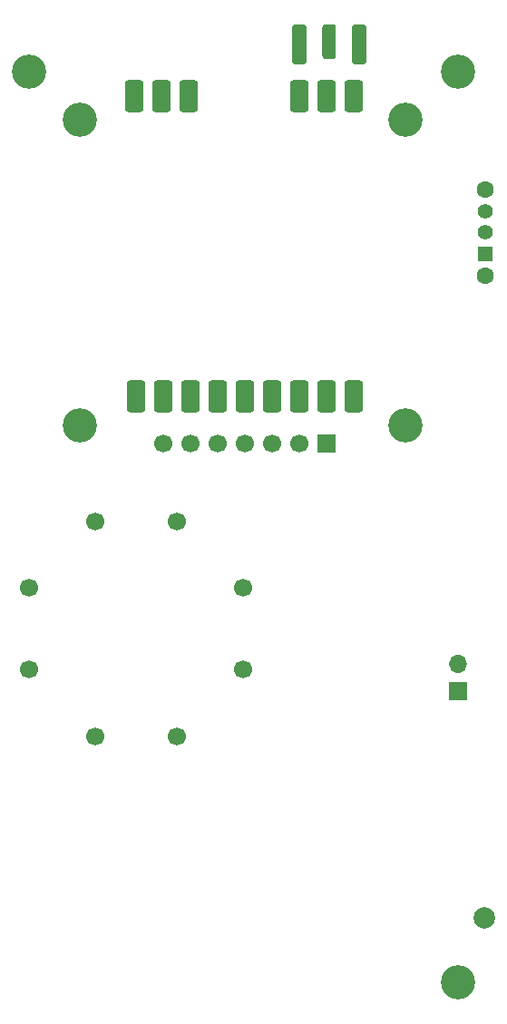
<source format=gbr>
%TF.GenerationSoftware,KiCad,Pcbnew,8.0.5*%
%TF.CreationDate,2024-11-21T22:32:41+00:00*%
%TF.ProjectId,spectrum-analyser,73706563-7472-4756-9d2d-616e616c7973,rev?*%
%TF.SameCoordinates,Original*%
%TF.FileFunction,Soldermask,Bot*%
%TF.FilePolarity,Negative*%
%FSLAX46Y46*%
G04 Gerber Fmt 4.6, Leading zero omitted, Abs format (unit mm)*
G04 Created by KiCad (PCBNEW 8.0.5) date 2024-11-21 22:32:41*
%MOMM*%
%LPD*%
G01*
G04 APERTURE LIST*
G04 Aperture macros list*
%AMRoundRect*
0 Rectangle with rounded corners*
0 $1 Rounding radius*
0 $2 $3 $4 $5 $6 $7 $8 $9 X,Y pos of 4 corners*
0 Add a 4 corners polygon primitive as box body*
4,1,4,$2,$3,$4,$5,$6,$7,$8,$9,$2,$3,0*
0 Add four circle primitives for the rounded corners*
1,1,$1+$1,$2,$3*
1,1,$1+$1,$4,$5*
1,1,$1+$1,$6,$7*
1,1,$1+$1,$8,$9*
0 Add four rect primitives between the rounded corners*
20,1,$1+$1,$2,$3,$4,$5,0*
20,1,$1+$1,$4,$5,$6,$7,0*
20,1,$1+$1,$6,$7,$8,$9,0*
20,1,$1+$1,$8,$9,$2,$3,0*%
G04 Aperture macros list end*
%ADD10C,1.700000*%
%ADD11C,2.000000*%
%ADD12R,1.700000X1.700000*%
%ADD13C,3.200000*%
%ADD14C,1.400000*%
%ADD15R,1.400000X1.400000*%
%ADD16C,1.600000*%
%ADD17O,1.700000X1.700000*%
%ADD18RoundRect,0.283333X0.566667X1.216667X-0.566667X1.216667X-0.566667X-1.216667X0.566667X-1.216667X0*%
%ADD19RoundRect,0.250000X-0.385000X-1.350000X0.385000X-1.350000X0.385000X1.350000X-0.385000X1.350000X0*%
%ADD20RoundRect,0.250000X-0.425000X-1.600000X0.425000X-1.600000X0.425000X1.600000X-0.425000X1.600000X0*%
G04 APERTURE END LIST*
D10*
%TO.C,SW5*%
X113810000Y-127000000D03*
X106190000Y-127000000D03*
%TD*%
D11*
%TO.C,TP5*%
X142500000Y-144000000D03*
%TD*%
D10*
%TO.C,SW3*%
X120000000Y-120810000D03*
X120000000Y-113190000D03*
%TD*%
%TO.C,U1*%
X112510000Y-99700000D03*
X115050000Y-99700000D03*
X117590000Y-99700000D03*
X120130000Y-99700000D03*
X122670000Y-99700000D03*
X125210000Y-99700000D03*
D12*
X127750000Y-99700000D03*
D13*
X104750000Y-69500000D03*
X104750000Y-98000000D03*
X135150000Y-69500000D03*
X135150000Y-98000000D03*
%TD*%
D14*
%TO.C,SW1*%
X142550000Y-78000000D03*
X142550000Y-80000000D03*
D15*
X142550000Y-82000000D03*
D16*
X142550000Y-76000000D03*
X142550000Y-84000000D03*
%TD*%
D13*
%TO.C,H1*%
X140000000Y-150000000D03*
%TD*%
D12*
%TO.C,J2*%
X140000000Y-122775000D03*
D17*
X140000000Y-120235000D03*
%TD*%
D10*
%TO.C,SW4*%
X100000000Y-120810000D03*
X100000000Y-113190000D03*
%TD*%
D13*
%TO.C,H2*%
X140000000Y-65000000D03*
%TD*%
D10*
%TO.C,SW2*%
X106190000Y-107000000D03*
X113810000Y-107000000D03*
%TD*%
D13*
%TO.C,H3*%
X100000000Y-65000000D03*
%TD*%
D18*
%TO.C,U4*%
X130330000Y-95300000D03*
X127780000Y-95300000D03*
X125240000Y-95300000D03*
X122700000Y-95300000D03*
X120160000Y-95300000D03*
X117620000Y-95300000D03*
X115080000Y-95300000D03*
X112540000Y-95300000D03*
X110000000Y-95300000D03*
X109830000Y-67300000D03*
X112370000Y-67300000D03*
X114910000Y-67300000D03*
X125250000Y-67300000D03*
X127790000Y-67300000D03*
X130330000Y-67300000D03*
%TD*%
D19*
%TO.C,J1*%
X128000000Y-62162500D03*
D20*
X125175000Y-62412500D03*
X130825000Y-62412500D03*
%TD*%
M02*

</source>
